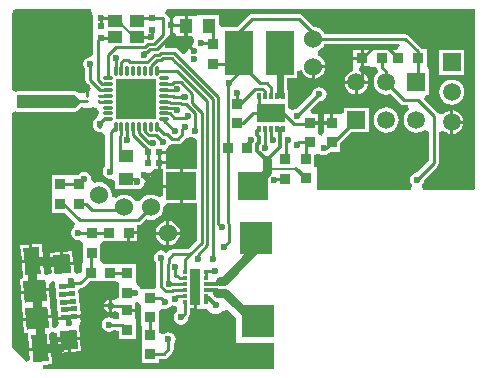
<source format=gtl>
G04 Layer_Physical_Order=1*
G04 Layer_Color=255*
%FSLAX25Y25*%
%MOIN*%
G70*
G01*
G75*
%ADD10R,0.04724X0.04488*%
%ADD11R,0.03347X0.03799*%
%ADD12R,0.10039X0.09646*%
%ADD13R,0.11024X0.11024*%
%ADD14R,0.04724X0.03937*%
%ADD15C,0.00866*%
%ADD16R,0.09449X0.14567*%
%ADD17R,0.02362X0.01968*%
%ADD18R,0.03799X0.03347*%
%ADD19R,0.04488X0.04724*%
G04:AMPARAMS|DCode=20|XSize=62.99mil|YSize=55.12mil|CornerRadius=0mil|HoleSize=0mil|Usage=FLASHONLY|Rotation=275.000|XOffset=0mil|YOffset=0mil|HoleType=Round|Shape=Rectangle|*
%AMROTATEDRECTD20*
4,1,4,-0.03020,0.02897,0.02471,0.03378,0.03020,-0.02897,-0.02471,-0.03378,-0.03020,0.02897,0.0*
%
%ADD20ROTATEDRECTD20*%

G04:AMPARAMS|DCode=21|XSize=90.55mil|YSize=51.18mil|CornerRadius=0mil|HoleSize=0mil|Usage=FLASHONLY|Rotation=275.000|XOffset=0mil|YOffset=0mil|HoleType=Round|Shape=Rectangle|*
%AMROTATEDRECTD21*
4,1,4,-0.02944,0.04287,0.02155,0.04733,0.02944,-0.04287,-0.02155,-0.04733,-0.02944,0.04287,0.0*
%
%ADD21ROTATEDRECTD21*%

G04:AMPARAMS|DCode=22|XSize=15.75mil|YSize=53.15mil|CornerRadius=0mil|HoleSize=0mil|Usage=FLASHONLY|Rotation=275.000|XOffset=0mil|YOffset=0mil|HoleType=Round|Shape=Rectangle|*
%AMROTATEDRECTD22*
4,1,4,-0.02716,0.00553,0.02579,0.01016,0.02716,-0.00553,-0.02579,-0.01016,-0.02716,0.00553,0.0*
%
%ADD22ROTATEDRECTD22*%

G04:AMPARAMS|DCode=23|XSize=70.87mil|YSize=74.8mil|CornerRadius=0mil|HoleSize=0mil|Usage=FLASHONLY|Rotation=275.000|XOffset=0mil|YOffset=0mil|HoleType=Round|Shape=Rectangle|*
%AMROTATEDRECTD23*
4,1,4,-0.04035,0.03204,0.03417,0.03856,0.04035,-0.03204,-0.03417,-0.03856,-0.04035,0.03204,0.0*
%
%ADD23ROTATEDRECTD23*%

%ADD24R,0.02165X0.02165*%
%ADD25R,0.01181X0.01968*%
%ADD26R,0.09449X0.06299*%
%ADD27R,0.01772X0.01181*%
%ADD28R,0.03740X0.12205*%
%ADD29R,0.17953X0.03937*%
%ADD30R,0.17953X0.03228*%
%ADD31R,0.13583X0.13583*%
%ADD32O,0.01181X0.03543*%
%ADD33O,0.03543X0.01181*%
%ADD34C,0.01000*%
%ADD35C,0.03150*%
%ADD36C,0.01181*%
%ADD37C,0.02362*%
%ADD38C,0.00591*%
%ADD39C,0.00630*%
%ADD40C,0.00787*%
%ADD41C,0.06000*%
%ADD42C,0.05905*%
%ADD43R,0.05905X0.05905*%
%ADD44R,0.05905X0.05905*%
%ADD45C,0.02362*%
%ADD46C,0.01968*%
G36*
X27600Y69700D02*
X28000Y69300D01*
Y61503D01*
X27886Y60930D01*
Y56036D01*
X27000Y55309D01*
X26078Y55125D01*
X25297Y54603D01*
X24775Y53822D01*
X24591Y52900D01*
X24775Y51978D01*
X25286Y51213D01*
Y47572D01*
X25416Y46916D01*
X25788Y46360D01*
X27058Y45090D01*
X26456Y43571D01*
X26368Y43550D01*
X25809Y43661D01*
X25249Y43550D01*
X24776Y43233D01*
X23206Y43148D01*
X23107Y43178D01*
X22977Y43288D01*
X22767Y43498D01*
X22377Y43759D01*
X21916Y43851D01*
X21916Y43851D01*
X2624D01*
X2200Y43766D01*
X2162Y43760D01*
X834Y44329D01*
X700Y44448D01*
Y69439D01*
X1100Y70800D01*
X1271Y70971D01*
X2034Y71200D01*
X27163D01*
X27600Y69700D01*
D02*
G37*
G36*
X46476Y47900D02*
X47167Y47763D01*
X47495Y47828D01*
X48008Y47494D01*
X48339Y47163D01*
X48583Y46788D01*
X48629Y46424D01*
X48609Y46321D01*
X48746Y45630D01*
X48942Y45337D01*
X48746Y45044D01*
X48609Y44353D01*
X48746Y43661D01*
X48942Y43369D01*
X48746Y43075D01*
X48609Y42384D01*
X48746Y41693D01*
X48942Y41400D01*
X48746Y41107D01*
X48609Y40416D01*
X48746Y39724D01*
X48942Y39432D01*
X48746Y39138D01*
X48609Y38447D01*
X48746Y37756D01*
X48942Y37463D01*
X48746Y37170D01*
X48609Y36479D01*
X48674Y36150D01*
X48339Y35637D01*
X48008Y35306D01*
X47495Y34972D01*
X47167Y35037D01*
X46476Y34900D01*
X46183Y34704D01*
X45890Y34900D01*
X45198Y35037D01*
X44507Y34900D01*
X44214Y34704D01*
X43921Y34900D01*
X43230Y35037D01*
X42539Y34900D01*
X42246Y34704D01*
X41953Y34900D01*
X41261Y35037D01*
X40570Y34900D01*
X40277Y34704D01*
X39984Y34900D01*
X39293Y35037D01*
X38602Y34900D01*
X38309Y34704D01*
X38016Y34900D01*
X37324Y35037D01*
X36996Y34972D01*
X36483Y35306D01*
X36152Y35637D01*
X35817Y36150D01*
X35883Y36479D01*
X35745Y37170D01*
X35550Y37463D01*
X35745Y37756D01*
X35883Y38447D01*
X35745Y39138D01*
X35550Y39432D01*
X35745Y39724D01*
X35883Y40416D01*
X35745Y41107D01*
X35550Y41400D01*
X35745Y41693D01*
X35883Y42384D01*
X35745Y43075D01*
X35550Y43369D01*
X35745Y43661D01*
X35883Y44353D01*
X35745Y45044D01*
X35550Y45337D01*
X35745Y45630D01*
X35883Y46321D01*
X35862Y46424D01*
X35908Y46788D01*
X36152Y47163D01*
X36483Y47494D01*
X36996Y47828D01*
X37324Y47763D01*
X38016Y47900D01*
X38309Y48096D01*
X38602Y47900D01*
X39293Y47763D01*
X39984Y47900D01*
X40277Y48096D01*
X40570Y47900D01*
X41261Y47763D01*
X41953Y47900D01*
X42246Y48096D01*
X42539Y47900D01*
X43230Y47763D01*
X43921Y47900D01*
X44214Y48096D01*
X44507Y47900D01*
X45198Y47763D01*
X45890Y47900D01*
X46183Y48096D01*
X46476Y47900D01*
D02*
G37*
G36*
X24872Y38363D02*
X25809Y38177D01*
X26746Y38363D01*
X27777Y38795D01*
X28809Y38363D01*
X29028Y38319D01*
X29284Y38030D01*
X29933Y36880D01*
X29956Y36722D01*
X29908Y36479D01*
X29278Y35225D01*
X28497Y34703D01*
X27975Y33922D01*
X27792Y33000D01*
X27845Y32728D01*
X27828Y32642D01*
X27959Y31987D01*
X28330Y31431D01*
X28330Y31431D01*
X28988Y30773D01*
X29544Y30402D01*
X30200Y30271D01*
X30486Y30328D01*
X31614Y29697D01*
X31986Y29353D01*
Y18929D01*
X31797Y18803D01*
X31275Y18022D01*
X31091Y17100D01*
X31275Y16178D01*
X31797Y15397D01*
X32578Y14875D01*
X33500Y14692D01*
X33757Y14743D01*
X35094Y13872D01*
X35257Y13629D01*
Y11315D01*
X41979D01*
X42600Y11191D01*
X43522Y11375D01*
X44303Y11897D01*
X44825Y12678D01*
X45009Y13600D01*
X44971Y13790D01*
X45751Y13945D01*
X46472Y14427D01*
X46955Y15149D01*
X47024Y15500D01*
X44900D01*
Y16500D01*
X47157D01*
X47816Y17590D01*
X48101Y17835D01*
X48394D01*
Y18016D01*
X49468D01*
Y20000D01*
X49968D01*
Y20500D01*
X52150D01*
Y21616D01*
Y23100D01*
X49968D01*
Y24100D01*
X52150D01*
Y24760D01*
X52803Y25197D01*
X53325Y25978D01*
X54177Y26318D01*
X56222D01*
X56878Y26448D01*
X57434Y26820D01*
X58767Y28152D01*
X58951Y28278D01*
X60502Y28561D01*
X60715Y28517D01*
X60778Y28475D01*
X61700Y28291D01*
X62454Y27672D01*
Y18123D01*
X57691D01*
Y12300D01*
Y6477D01*
X62454D01*
Y-5922D01*
X59590Y-8786D01*
X54500D01*
X53844Y-8916D01*
X53504Y-9144D01*
X52203Y-9897D01*
X51422Y-9375D01*
X50500Y-9191D01*
X49578Y-9375D01*
X48797Y-9897D01*
X48275Y-10678D01*
X48092Y-11600D01*
X48275Y-12522D01*
X48797Y-13303D01*
X48921Y-13386D01*
Y-21226D01*
X48392Y-21871D01*
X43974D01*
X43549Y-21565D01*
X43503Y-21497D01*
X42797Y-21025D01*
X42406Y-20398D01*
X42054Y-19754D01*
X42054Y-18667D01*
Y-13671D01*
X36346D01*
Y-13746D01*
X31457Y-13746D01*
X30427Y-13132D01*
X30254Y-12375D01*
Y-8033D01*
X30254Y-6867D01*
X31418Y-6054D01*
X35423D01*
X36333Y-6054D01*
Y-6054D01*
X36849Y-5873D01*
X36849Y-5873D01*
X39248D01*
Y-3200D01*
X39748D01*
Y-2700D01*
X42648D01*
Y-801D01*
X42813D01*
X43468Y-671D01*
X44025Y-299D01*
X45614Y1290D01*
X46009Y1127D01*
X47100Y983D01*
X48191Y1127D01*
X49209Y1548D01*
X50082Y2218D01*
X50752Y3091D01*
X51174Y4109D01*
X51288Y4977D01*
X51317Y5200D01*
X52662Y6477D01*
X56691D01*
Y11800D01*
X51171D01*
Y9154D01*
X51003Y9004D01*
X49671Y8497D01*
X49209Y8852D01*
X48191Y9273D01*
X47100Y9417D01*
X46009Y9273D01*
X44991Y8852D01*
X44118Y8182D01*
X43448Y7309D01*
X41852D01*
X41182Y8182D01*
X40309Y8852D01*
X39292Y9273D01*
X38200Y9417D01*
X37108Y9273D01*
X36091Y8852D01*
X35387Y8311D01*
X34762Y8486D01*
X33966Y9015D01*
X34017Y9400D01*
X33874Y10492D01*
X33452Y11509D01*
X32782Y12382D01*
X31909Y13052D01*
X30891Y13474D01*
X29800Y13617D01*
X28708Y13474D01*
X28590Y13424D01*
X27280Y14505D01*
X27308Y14648D01*
X27125Y15570D01*
X26603Y16351D01*
X25822Y16873D01*
X24900Y17056D01*
X23978Y16873D01*
X23197Y16351D01*
X22982Y16029D01*
X20346D01*
Y16029D01*
X19854D01*
Y16029D01*
X14146D01*
Y9867D01*
X14146D01*
Y9533D01*
X14146D01*
Y3371D01*
X18463D01*
X21649Y185D01*
X21699Y0D01*
X21558Y-1382D01*
X21426Y-1630D01*
X21249Y-1749D01*
X20727Y-2530D01*
X20543Y-3452D01*
X20727Y-4374D01*
X21249Y-5155D01*
X22030Y-5677D01*
X22952Y-5861D01*
X23046Y-5842D01*
X24181Y-6365D01*
X24409Y-6696D01*
X24546Y-6956D01*
X24546Y-8033D01*
Y-13029D01*
X24071Y-13746D01*
X24071D01*
Y-16522D01*
X22571Y-17115D01*
X21588Y-16326D01*
X21383Y-13982D01*
X17641Y-14309D01*
X13900Y-14637D01*
X14075Y-16639D01*
X12667Y-17471D01*
X12175Y-17277D01*
X11552Y-16803D01*
X11210Y-12896D01*
X7665Y-13206D01*
X4119Y-13516D01*
X4555Y-18494D01*
X3378Y-18596D01*
X3731Y-22624D01*
X8453Y-22211D01*
X13175Y-21798D01*
X13039Y-20251D01*
X14456Y-19234D01*
X14974Y-19462D01*
X15051Y-19705D01*
X15382Y-23490D01*
X15382D01*
X15708Y-27216D01*
X15732Y-27487D01*
X16051Y-31138D01*
X16231Y-31122D01*
X16239Y-31212D01*
X19883Y-30894D01*
X23526Y-30575D01*
X23518Y-30485D01*
X23699Y-30469D01*
X23476Y-27919D01*
X23259Y-25445D01*
X23133Y-23997D01*
X23004Y-22522D01*
X23652Y-21814D01*
X24308Y-21684D01*
X24864Y-21312D01*
X26722Y-19454D01*
X30233Y-19454D01*
X31733Y-19454D01*
X35141D01*
X36346Y-20167D01*
X36346Y-21333D01*
Y-25078D01*
X36219Y-25190D01*
X34846Y-25742D01*
X34551Y-25545D01*
X34200Y-25476D01*
Y-27600D01*
Y-29724D01*
X34551Y-29655D01*
X35027Y-29337D01*
X35946Y-29614D01*
X36527Y-29995D01*
X36527Y-32052D01*
X35083Y-32186D01*
X34887D01*
X34122Y-31675D01*
X33200Y-31492D01*
X32278Y-31675D01*
X31497Y-32197D01*
X30975Y-32978D01*
X30792Y-33900D01*
X30975Y-34822D01*
X31497Y-35603D01*
X32278Y-36125D01*
X33200Y-36309D01*
X34122Y-36125D01*
X34846Y-35641D01*
X36346Y-35925D01*
Y-38729D01*
X42054D01*
Y-33477D01*
X42054Y-32567D01*
X41873Y-31142D01*
Y-29652D01*
X39200D01*
Y-28652D01*
X41873D01*
Y-26851D01*
X42486Y-26363D01*
X42923Y-26466D01*
X43974Y-27443D01*
Y-28033D01*
X43974Y-29533D01*
Y-34529D01*
X44146D01*
Y-39167D01*
X44146Y-40333D01*
X44146Y-41833D01*
Y-46829D01*
X49854D01*
Y-45462D01*
X51352D01*
X52008Y-45332D01*
X52564Y-44960D01*
X54212Y-43312D01*
X54584Y-42756D01*
X54714Y-42100D01*
Y-40487D01*
X55225Y-39722D01*
X55409Y-38800D01*
X55225Y-37878D01*
X54703Y-37097D01*
X53922Y-36575D01*
X53000Y-36391D01*
X52078Y-36575D01*
X51354Y-37059D01*
X51016Y-36992D01*
X49854Y-36556D01*
Y-34171D01*
X49683D01*
Y-29463D01*
X50656Y-28759D01*
X51183Y-28566D01*
X51900Y-28708D01*
X52822Y-28525D01*
X53603Y-28003D01*
X54018Y-27383D01*
X54128Y-27457D01*
X55050Y-27640D01*
X55628Y-27788D01*
X55907Y-28009D01*
X55778Y-29609D01*
X55497Y-29797D01*
X54975Y-30578D01*
X54791Y-31500D01*
X54975Y-32422D01*
X55497Y-33203D01*
X56278Y-33725D01*
X57200Y-33909D01*
X58122Y-33725D01*
X58903Y-33203D01*
X59425Y-32422D01*
X59605Y-31519D01*
X59625Y-31499D01*
X59997Y-30942D01*
X60127Y-30287D01*
Y-28381D01*
X61457D01*
Y-21279D01*
X62457D01*
Y-28381D01*
X62646D01*
Y-28759D01*
X65332D01*
X65500Y-28781D01*
X65668Y-28759D01*
X65963D01*
X65975Y-28788D01*
X66480Y-29446D01*
X67138Y-29951D01*
X67904Y-30268D01*
X68726Y-30377D01*
X69548Y-30268D01*
X70314Y-29951D01*
X70972Y-29446D01*
X70988Y-29426D01*
X72819Y-29136D01*
X75420Y-31737D01*
Y-40180D01*
X88100D01*
Y-48700D01*
X11138D01*
X11072Y-47200D01*
X14188Y-46927D01*
X13749Y-41919D01*
X10204Y-42229D01*
X6658Y-42539D01*
X6927Y-45605D01*
X5480Y-46280D01*
X700Y-41500D01*
Y36514D01*
X834Y36633D01*
X2162Y37203D01*
X2200Y37196D01*
X2624Y37111D01*
X21916D01*
X21916Y37111D01*
X22377Y37203D01*
X22767Y37464D01*
X24149Y38846D01*
X24872Y38363D01*
D02*
G37*
G36*
X23884Y40678D02*
Y40284D01*
X23884D01*
X21916Y38316D01*
X2624D01*
Y42647D01*
X21916D01*
X23884Y40678D01*
D02*
G37*
G36*
X155100Y11500D02*
X154700Y11100D01*
X137813D01*
X137358Y12600D01*
X137503Y12697D01*
X138025Y13478D01*
X138205Y14381D01*
X142612Y18788D01*
X142984Y19344D01*
X143114Y20000D01*
Y30228D01*
X144456Y30734D01*
X144614Y30755D01*
X145407Y30147D01*
X146368Y29749D01*
X146900Y29679D01*
Y33600D01*
Y37521D01*
X146368Y37451D01*
X145407Y37053D01*
X144581Y36419D01*
X144517Y36336D01*
X143880Y36344D01*
X142824Y36594D01*
X142612Y36912D01*
X138258Y41266D01*
X138879Y42766D01*
X139734D01*
Y51034D01*
X139734D01*
X139129Y52246D01*
Y57954D01*
X137534D01*
X137260Y58364D01*
X133212Y62412D01*
X132656Y62784D01*
X132000Y62914D01*
X104916D01*
X104752Y63309D01*
X104082Y64182D01*
X103209Y64852D01*
X102191Y65273D01*
X101338Y65386D01*
X97612Y69112D01*
X97056Y69484D01*
X96400Y69614D01*
X80800D01*
X80144Y69484D01*
X79588Y69112D01*
X75741Y65265D01*
X70603D01*
X69785Y66426D01*
Y69143D01*
X63509D01*
X62935Y69143D01*
X62935Y69143D01*
X62084Y68962D01*
Y68962D01*
X59340D01*
Y65600D01*
Y62238D01*
X60783D01*
X61178Y61753D01*
X61418Y61303D01*
X61553Y60426D01*
X61308Y59625D01*
X60749Y59255D01*
X60385Y59011D01*
X60027Y58772D01*
X59545Y58051D01*
X59376Y57200D01*
X58005Y56404D01*
X57620Y56379D01*
X56099Y57899D01*
X55543Y58271D01*
X54887Y58401D01*
X52269D01*
X51752Y58755D01*
X51622Y60507D01*
X52442Y61327D01*
X52814Y61883D01*
X52905Y62345D01*
X53107Y62709D01*
X54249Y63616D01*
X55428Y62852D01*
X55596Y62606D01*
Y62238D01*
X58340D01*
Y65600D01*
Y68962D01*
X55596D01*
Y68962D01*
X54400Y68263D01*
Y65900D01*
X53400D01*
Y68447D01*
X52814Y68826D01*
X52442Y69382D01*
X51966Y69700D01*
X51944Y69835D01*
X52606Y71200D01*
X155100D01*
Y11500D01*
D02*
G37*
G36*
X130109Y59273D02*
X129308Y57773D01*
X126652D01*
Y57754D01*
X121877D01*
X120967Y57754D01*
X119542Y57573D01*
X118052D01*
Y54900D01*
Y52227D01*
X119542D01*
X120967Y52046D01*
X122240Y52046D01*
X122334Y51952D01*
X122465Y51296D01*
X122836Y50740D01*
X122784Y49950D01*
X122652Y49848D01*
X121989Y48985D01*
X121573Y47979D01*
X121431Y46900D01*
X121573Y45821D01*
X121989Y44815D01*
X122652Y43952D01*
X123515Y43289D01*
X124521Y42873D01*
X125600Y42731D01*
X126679Y42873D01*
X127050Y43026D01*
X130388Y39688D01*
X130944Y39316D01*
X131600Y39186D01*
X132830D01*
X132973Y38921D01*
X133222Y37686D01*
X132652Y37248D01*
X131989Y36385D01*
X131573Y35379D01*
X131430Y34300D01*
X131573Y33221D01*
X131989Y32215D01*
X132652Y31352D01*
X133515Y30689D01*
X134521Y30273D01*
X135600Y30130D01*
X136679Y30273D01*
X137685Y30689D01*
X138186Y31074D01*
X139390Y30654D01*
X139686Y30408D01*
Y20710D01*
X135781Y16805D01*
X134878Y16625D01*
X134097Y16103D01*
X133575Y15322D01*
X133391Y14400D01*
X133575Y13478D01*
X134097Y12697D01*
X134242Y12600D01*
X133787Y11100D01*
X102342D01*
Y18720D01*
X101554D01*
Y22656D01*
X102716Y23092D01*
X103054Y23159D01*
X103778Y22675D01*
X104700Y22491D01*
X105622Y22675D01*
X106403Y23197D01*
X106787Y23771D01*
X110254D01*
Y26530D01*
X113890Y30166D01*
X119734D01*
Y38434D01*
X111466D01*
Y36506D01*
X110073Y36248D01*
Y36248D01*
X107900D01*
Y33348D01*
X107400D01*
Y32848D01*
X104727D01*
Y30448D01*
X104727Y30448D01*
X104546Y29933D01*
X104179Y29095D01*
X102954Y29793D01*
Y29933D01*
X102773Y31358D01*
Y32848D01*
X100100D01*
Y33848D01*
X102773D01*
Y36248D01*
X100831D01*
X100257Y37633D01*
X103146Y40522D01*
X103300Y40492D01*
X104222Y40675D01*
X105003Y41197D01*
X105525Y41978D01*
X105709Y42900D01*
X105525Y43822D01*
X105003Y44603D01*
X104222Y45125D01*
X103300Y45309D01*
X102378Y45125D01*
X101597Y44603D01*
X101075Y43822D01*
X100945Y43169D01*
X95781Y38005D01*
X94878Y37825D01*
X94387Y37497D01*
X93343Y37839D01*
X92887Y38162D01*
Y40938D01*
X92872D01*
Y44465D01*
X92500D01*
Y48335D01*
X95997D01*
Y50720D01*
X97403Y51056D01*
X97806Y50083D01*
X98447Y49247D01*
X99283Y48606D01*
X100256Y48203D01*
X100800Y48131D01*
Y52100D01*
X101300D01*
Y52600D01*
X105269D01*
X105197Y53144D01*
X104794Y54117D01*
X104153Y54953D01*
X103317Y55594D01*
X102864Y55782D01*
X102810Y57383D01*
X103209Y57548D01*
X104082Y58218D01*
X104752Y59091D01*
X104916Y59486D01*
X129967D01*
X130109Y59273D01*
D02*
G37*
%LPC*%
G36*
X20978Y-9350D02*
X17734Y-9634D01*
X18052Y-13270D01*
X21296Y-12986D01*
X20978Y-9350D01*
D02*
G37*
G36*
X42648Y-3700D02*
X40248D01*
Y-5873D01*
X42648D01*
Y-3700D01*
D02*
G37*
G36*
X6641Y-7245D02*
X3594Y-7512D01*
X4032Y-12520D01*
X7080Y-12254D01*
X6641Y-7245D01*
D02*
G37*
G36*
X52300Y-3900D02*
X48831D01*
X48903Y-4444D01*
X49306Y-5417D01*
X49947Y-6253D01*
X50783Y-6894D01*
X51756Y-7297D01*
X52300Y-7369D01*
Y-3900D01*
D02*
G37*
G36*
X56769D02*
X53300D01*
Y-7369D01*
X53844Y-7297D01*
X54817Y-6894D01*
X55653Y-6253D01*
X56294Y-5417D01*
X56697Y-4444D01*
X56769Y-3900D01*
D02*
G37*
G36*
X10685Y-6891D02*
X7638Y-7158D01*
X8076Y-12167D01*
X11123Y-11900D01*
X10685Y-6891D01*
D02*
G37*
G36*
X23614Y-31571D02*
X19970Y-31890D01*
X16326Y-32209D01*
X16439Y-33491D01*
X16439D01*
X16452Y-33533D01*
X16130Y-34359D01*
X15641Y-34842D01*
X15248Y-34999D01*
X14317Y-34854D01*
X14051Y-31815D01*
X9329Y-32228D01*
X4607Y-32641D01*
X4959Y-36669D01*
X6136Y-36566D01*
X6571Y-41543D01*
X10117Y-41233D01*
X13662Y-40923D01*
X13311Y-36906D01*
X14284Y-36238D01*
X15837Y-36774D01*
X15953Y-38100D01*
X18200D01*
Y-38550D01*
X19750Y-38414D01*
X23492Y-38087D01*
X23174Y-34451D01*
X23174D01*
X23139Y-34411D01*
X23726Y-32854D01*
X23726D01*
X23614Y-31571D01*
D02*
G37*
G36*
X23579Y-39083D02*
X20336Y-39367D01*
X20654Y-43003D01*
X23897Y-42719D01*
X23579Y-39083D01*
D02*
G37*
G36*
X19339Y-39454D02*
X16096Y-39738D01*
X16414Y-43373D01*
X19658Y-43090D01*
X19339Y-39454D01*
D02*
G37*
G36*
X13262Y-22794D02*
X8540Y-23207D01*
X3818Y-23620D01*
X4170Y-27648D01*
X4520Y-31645D01*
X9242Y-31232D01*
X13964Y-30819D01*
X13612Y-26791D01*
X13262Y-22794D01*
D02*
G37*
G36*
X16738Y-9721D02*
X13495Y-10005D01*
X13813Y-13641D01*
X17056Y-13357D01*
X16738Y-9721D01*
D02*
G37*
G36*
X33200Y-25476D02*
X32849Y-25545D01*
X32127Y-26028D01*
X31645Y-26749D01*
X31576Y-27100D01*
X33200D01*
Y-25476D01*
D02*
G37*
G36*
Y-28100D02*
X31576D01*
X31645Y-28451D01*
X32127Y-29173D01*
X32849Y-29655D01*
X33200Y-29724D01*
Y-28100D01*
D02*
G37*
G36*
X52300Y569D02*
X51756Y497D01*
X50783Y94D01*
X49947Y-547D01*
X49306Y-1383D01*
X48903Y-2356D01*
X48831Y-2900D01*
X52300D01*
Y569D01*
D02*
G37*
G36*
X52150Y19500D02*
X50468D01*
Y18016D01*
X51171D01*
Y12800D01*
X56691D01*
Y18123D01*
X52150D01*
Y19500D01*
D02*
G37*
G36*
X53300Y569D02*
Y-2900D01*
X56769D01*
X56697Y-2356D01*
X56294Y-1383D01*
X55653Y-547D01*
X54817Y94D01*
X53844Y497D01*
X53300Y569D01*
D02*
G37*
G36*
X151534Y57734D02*
X143266D01*
Y49466D01*
X151534D01*
Y57734D01*
D02*
G37*
G36*
X147400Y47769D02*
X146321Y47627D01*
X145315Y47211D01*
X144452Y46548D01*
X143789Y45685D01*
X143373Y44679D01*
X143230Y43600D01*
X143373Y42521D01*
X143789Y41515D01*
X144452Y40652D01*
X145315Y39989D01*
X146321Y39573D01*
X147400Y39430D01*
X148479Y39573D01*
X149485Y39989D01*
X150348Y40652D01*
X151011Y41515D01*
X151427Y42521D01*
X151569Y43600D01*
X151427Y44679D01*
X151011Y45685D01*
X150348Y46548D01*
X149485Y47211D01*
X148479Y47627D01*
X147400Y47769D01*
D02*
G37*
G36*
X151321Y33100D02*
X147900D01*
Y29679D01*
X148432Y29749D01*
X149393Y30147D01*
X150219Y30781D01*
X150853Y31607D01*
X151251Y32568D01*
X151321Y33100D01*
D02*
G37*
G36*
X147900Y37521D02*
Y34100D01*
X151321D01*
X151251Y34632D01*
X150853Y35593D01*
X150219Y36419D01*
X149393Y37053D01*
X148432Y37451D01*
X147900Y37521D01*
D02*
G37*
G36*
X105269Y51600D02*
X101800D01*
Y48131D01*
X102344Y48203D01*
X103317Y48606D01*
X104153Y49247D01*
X104794Y50083D01*
X105197Y51056D01*
X105269Y51600D01*
D02*
G37*
G36*
X115100Y46400D02*
X111679D01*
X111749Y45868D01*
X112147Y44907D01*
X112781Y44081D01*
X113607Y43447D01*
X114568Y43049D01*
X115100Y42979D01*
Y46400D01*
D02*
G37*
G36*
X119521D02*
X116100D01*
Y42979D01*
X116632Y43049D01*
X117593Y43447D01*
X118419Y44081D01*
X119053Y44907D01*
X119451Y45868D01*
X119521Y46400D01*
D02*
G37*
G36*
X117052Y57573D02*
X114652D01*
Y55400D01*
X117052D01*
Y57573D01*
D02*
G37*
G36*
Y54400D02*
X114652D01*
Y52275D01*
X114652Y52227D01*
X114588Y50754D01*
X114568Y50751D01*
X113607Y50353D01*
X112781Y49719D01*
X112147Y48893D01*
X111749Y47932D01*
X111679Y47400D01*
X115600D01*
X119521D01*
X119451Y47932D01*
X119053Y48893D01*
X118419Y49719D01*
X117593Y50353D01*
X116632Y50751D01*
X116847Y52227D01*
X117052D01*
Y54400D01*
D02*
G37*
G36*
X106900Y36248D02*
X104727D01*
Y33848D01*
X106900D01*
Y36248D01*
D02*
G37*
G36*
X125600Y38469D02*
X124521Y38327D01*
X123515Y37911D01*
X122652Y37248D01*
X121989Y36385D01*
X121573Y35379D01*
X121431Y34300D01*
X121573Y33221D01*
X121989Y32215D01*
X122652Y31352D01*
X123515Y30689D01*
X124521Y30273D01*
X125600Y30130D01*
X126679Y30273D01*
X127685Y30689D01*
X128548Y31352D01*
X129211Y32215D01*
X129627Y33221D01*
X129770Y34300D01*
X129627Y35379D01*
X129211Y36385D01*
X128548Y37248D01*
X127685Y37911D01*
X126679Y38327D01*
X125600Y38469D01*
D02*
G37*
%LPD*%
D10*
X38800Y14740D02*
D03*
Y22260D02*
D03*
D11*
X107400Y26852D02*
D03*
Y33348D02*
D03*
X46828Y-24952D02*
D03*
Y-31448D02*
D03*
X91700Y14652D02*
D03*
Y21148D02*
D03*
X100100Y26852D02*
D03*
Y33348D02*
D03*
X98700Y14852D02*
D03*
Y21348D02*
D03*
X39200Y-35648D02*
D03*
Y-29152D02*
D03*
X47000Y-43748D02*
D03*
Y-37252D02*
D03*
X39200Y-23248D02*
D03*
Y-16752D02*
D03*
X27400Y-9948D02*
D03*
Y-3452D02*
D03*
X17000Y6452D02*
D03*
Y12948D02*
D03*
X23200Y6452D02*
D03*
Y12948D02*
D03*
X75900Y33252D02*
D03*
Y39748D02*
D03*
X67700Y53052D02*
D03*
Y59548D02*
D03*
D12*
X57191Y12300D02*
D03*
X81010D02*
D03*
D13*
X82300Y-5000D02*
D03*
X82900Y-32700D02*
D03*
D14*
X42387Y67218D02*
D03*
Y62100D02*
D03*
X35300Y67218D02*
D03*
Y62100D02*
D03*
D15*
X25809Y42200D02*
D03*
Y40625D02*
D03*
X29746D02*
D03*
Y42200D02*
D03*
D16*
X90091Y56800D02*
D03*
X76509D02*
D03*
D17*
X49968Y23600D02*
D03*
X46031D02*
D03*
X49968Y20000D02*
D03*
X46031D02*
D03*
D18*
X117552Y54900D02*
D03*
X124048D02*
D03*
X129552Y55100D02*
D03*
X136048D02*
D03*
X27152Y-16600D02*
D03*
X33648D02*
D03*
X72752Y24900D02*
D03*
X79248D02*
D03*
X33252Y-3200D02*
D03*
X39748D02*
D03*
D19*
X58840Y65600D02*
D03*
X66360D02*
D03*
D20*
X17598Y-13811D02*
D03*
X19794Y-38912D02*
D03*
D21*
X10160Y-41731D02*
D03*
X7621Y-12708D02*
D03*
D22*
X19034Y-21194D02*
D03*
X19257Y-23744D02*
D03*
X19480Y-26293D02*
D03*
X19703Y-28842D02*
D03*
X19926Y-31392D02*
D03*
D23*
X9285Y-31730D02*
D03*
X8496Y-22709D02*
D03*
D24*
X30400Y65470D02*
D03*
Y61730D02*
D03*
X47600Y64430D02*
D03*
Y68170D02*
D03*
D25*
X91100Y31276D02*
D03*
X89131D02*
D03*
X87163D02*
D03*
X85194D02*
D03*
X83226D02*
D03*
Y42300D02*
D03*
X85194D02*
D03*
X87163D02*
D03*
X89131D02*
D03*
X91100D02*
D03*
D26*
X87163Y36788D02*
D03*
D27*
X65500Y-26200D02*
D03*
Y-24231D02*
D03*
Y-22263D02*
D03*
Y-20294D02*
D03*
Y-18326D02*
D03*
Y-16357D02*
D03*
X58413D02*
D03*
Y-18326D02*
D03*
Y-20294D02*
D03*
Y-22263D02*
D03*
Y-24231D02*
D03*
Y-26200D02*
D03*
D28*
X61957Y-21279D02*
D03*
D29*
X12300Y29550D02*
D03*
Y51400D02*
D03*
D30*
Y40475D02*
D03*
D31*
X42246Y41400D02*
D03*
D32*
X49135Y32050D02*
D03*
X47167D02*
D03*
X45198D02*
D03*
X43230D02*
D03*
X41261D02*
D03*
X39293D02*
D03*
X37324D02*
D03*
X35356D02*
D03*
Y50750D02*
D03*
X37324D02*
D03*
X39293D02*
D03*
X41261D02*
D03*
X43230D02*
D03*
X45198D02*
D03*
X47167D02*
D03*
X49135D02*
D03*
D33*
X32895Y34510D02*
D03*
Y36479D02*
D03*
Y38447D02*
D03*
Y40416D02*
D03*
Y42384D02*
D03*
Y44353D02*
D03*
Y46321D02*
D03*
Y48290D02*
D03*
X51596D02*
D03*
Y46321D02*
D03*
Y44353D02*
D03*
Y42384D02*
D03*
Y40416D02*
D03*
Y38447D02*
D03*
Y36479D02*
D03*
Y34510D02*
D03*
D34*
X53900Y62681D02*
Y65900D01*
X49063Y57844D02*
X53900Y62681D01*
X44100Y56100D02*
X44822Y56822D01*
X45950D01*
X46972Y57844D02*
X49063D01*
X45950Y56822D02*
X46972Y57844D01*
X44100Y56100D02*
X44900D01*
X51174Y54900D02*
X54146D01*
X50544Y54269D02*
X51174Y54900D01*
X49096Y54269D02*
X50544D01*
X47167Y52340D02*
X49096Y54269D01*
X48322Y59632D02*
X51230Y62539D01*
X46231Y59632D02*
X48322D01*
X45210Y58609D02*
X46231Y59632D01*
X35430Y58609D02*
X45210D01*
X32887Y56067D02*
X35430Y58609D01*
X40300Y53632D02*
X45922D01*
X47167Y50750D02*
Y52340D01*
X51230Y62539D02*
Y68170D01*
X58540Y60260D02*
Y65900D01*
Y60260D02*
X61600Y57200D01*
X35356Y50750D02*
Y55044D01*
X37824Y54022D02*
Y54324D01*
X37324Y53522D02*
X37824Y54022D01*
X37324Y50750D02*
Y53522D01*
X42387Y62100D02*
X47300D01*
X53900Y65900D02*
X58540D01*
X47600Y68170D02*
X51230D01*
X76509Y50209D02*
Y53591D01*
X75700Y43400D02*
X75900Y43200D01*
X73100Y46800D02*
X76509Y50209D01*
X72752Y46452D02*
X73100Y46800D01*
X57249Y54325D02*
X69531Y42044D01*
X56509Y52538D02*
X67743Y41303D01*
X56380Y52538D02*
X56509D01*
X55333Y53585D02*
X56380Y52538D01*
X55768Y50750D02*
X65956Y40563D01*
X49135Y50750D02*
X55768D01*
X57023Y46968D02*
X60969Y43023D01*
X54878Y46968D02*
X57023D01*
X55333Y53585D02*
Y53713D01*
X57121Y54325D02*
X57249D01*
X57121D02*
Y54453D01*
X54146Y54900D02*
X55333Y53713D01*
X54230Y46321D02*
X54878Y46968D01*
X51596Y46321D02*
X54230D01*
X69531Y-200D02*
Y42044D01*
X67743Y-11857D02*
Y41303D01*
X65956Y-7372D02*
Y40563D01*
X60969Y39950D02*
Y43023D01*
X33648Y-16600D02*
X33800Y-16752D01*
X39200D01*
X37452Y-33900D02*
X39200Y-35648D01*
X33200Y-33900D02*
X37452D01*
X37648Y-27600D02*
X39200Y-29152D01*
X33700Y-27600D02*
X37648D01*
X17000Y6452D02*
Y7259D01*
X23346Y913D01*
X20129Y-20100D02*
X23652D01*
X47000Y-43748D02*
X51352D01*
X53000Y-42100D01*
Y-38800D01*
X46828Y-31448D02*
X47000Y-31620D01*
Y-37252D02*
Y-31620D01*
X117552Y54900D02*
X122065Y59413D01*
X125239D01*
X129552Y55100D01*
X117552Y48852D02*
Y54900D01*
X115600Y46900D02*
X117552Y48852D01*
X23200Y12948D02*
X24900Y14648D01*
X46468Y29187D02*
X48704D01*
X36832Y24228D02*
X38800Y22260D01*
X36832Y24228D02*
Y28822D01*
X37324Y29315D01*
Y32050D01*
X39293Y27807D02*
Y32050D01*
Y27807D02*
X39300Y27800D01*
X41261Y29339D02*
Y32050D01*
X43230Y29898D02*
Y32050D01*
Y29898D02*
X46428Y26700D01*
X45198Y30457D02*
Y32050D01*
Y30457D02*
X46468Y29187D01*
X60969Y39950D02*
X64169Y36750D01*
X58859Y39531D02*
X61869Y36522D01*
X57377Y39531D02*
X58859D01*
X56840Y40069D02*
X57377Y39531D01*
X54777Y40069D02*
X56840D01*
X59031Y35131D02*
X59400Y35500D01*
X61700Y30700D02*
X61869Y30869D01*
X64169Y-6632D02*
Y36750D01*
X55134Y38266D02*
X55800Y37600D01*
X58016Y42384D02*
X58400Y42000D01*
X57669Y31368D02*
X58350Y32050D01*
X79248Y26448D02*
X80500Y27700D01*
X85194Y25106D02*
Y31276D01*
X87500Y27500D02*
X87700D01*
X72752Y24900D02*
Y46452D01*
X71400Y-8000D02*
Y-7900D01*
X73299Y-6001D01*
Y-477D01*
X72752Y70D02*
X73299Y-477D01*
X72752Y70D02*
Y24900D01*
X58413Y-12387D02*
X60300Y-10500D01*
X58413Y-16357D02*
Y-12387D01*
X62756Y-11856D02*
X63000Y-12100D01*
X57200Y-31500D02*
X58413Y-30287D01*
Y-26200D01*
X58323Y-24322D02*
X58413Y-24231D01*
X55959Y-24322D02*
X58323D01*
X55050Y-25232D02*
X55959Y-24322D01*
X60300Y-10500D02*
X64169Y-6632D01*
X54500Y-10500D02*
X60300D01*
X53104Y-11896D02*
X54500Y-10500D01*
X53104Y-13405D02*
Y-11896D01*
X52832Y-13678D02*
X53104Y-13405D01*
X52832Y-19931D02*
Y-13678D01*
Y-19931D02*
X53104Y-20204D01*
X54445Y-22354D02*
X58323D01*
X54126Y-22672D02*
X54445Y-22354D01*
X53981Y-22672D02*
X54126D01*
X53891Y-22763D02*
X53981Y-22672D01*
X52172Y-22763D02*
X53891D01*
X50635Y-21226D02*
Y-11600D01*
Y-21226D02*
X52172Y-22763D01*
X53104Y-20204D02*
X58323D01*
X58413Y-20294D01*
X55050Y-25250D02*
Y-25232D01*
X57382Y-24231D02*
X58413D01*
X50552Y-24952D02*
X51900Y-26300D01*
X56528Y-18326D02*
X58413D01*
X56028Y-17826D02*
X56528Y-18326D01*
X55326Y-17826D02*
X56028D01*
X55300Y-17800D02*
X55326Y-17826D01*
X46828Y-24952D02*
X50552D01*
X39200Y-23248D02*
X39248Y-23200D01*
X41800D01*
X16975Y-41731D02*
X19153Y-39553D01*
X19926Y-33274D02*
Y-31392D01*
X69531Y-200D02*
X70831Y-1500D01*
X51596Y34104D02*
X55200Y30500D01*
X51596Y34104D02*
Y34510D01*
X57669Y29478D02*
Y31368D01*
X56222Y28032D02*
X57669Y29478D01*
X54177Y28032D02*
X56222D01*
X52478Y29732D02*
X54177Y28032D01*
X51454Y29732D02*
X52478D01*
X49135Y32050D02*
X51454Y29732D01*
X87200Y27200D02*
Y31239D01*
X79248Y24900D02*
Y26448D01*
X55300Y-17800D02*
Y-14700D01*
X67700Y-11900D02*
X67743Y-11857D01*
X95800Y35600D02*
X103200Y43000D01*
X103300Y42900D01*
X61869Y30869D02*
Y36522D01*
X53548Y40053D02*
X54763D01*
X54777Y40069D01*
X57023Y42031D02*
X57375Y42384D01*
X54978Y42031D02*
X57023D01*
X54625Y42384D02*
X54978Y42031D01*
X55853Y44353D02*
X56000Y44500D01*
X57375Y42384D02*
X58016D01*
X51777Y38266D02*
X55134D01*
X51596Y42384D02*
X54625D01*
X54777Y35131D02*
X59031D01*
X53430Y36479D02*
X54777Y35131D01*
X51596Y36479D02*
X53430D01*
X62756Y-10572D02*
X65956Y-7372D01*
X53367Y40235D02*
X53548Y40053D01*
X51777Y40235D02*
X53367D01*
X51596Y38447D02*
X51777Y38266D01*
X66360Y65600D02*
X67700Y64260D01*
Y59548D02*
Y64260D01*
X67148Y60100D02*
X67700Y59548D01*
X64000Y60100D02*
X67148D01*
X76509Y53591D02*
Y56800D01*
X51596Y44353D02*
X55853D01*
X72761Y53052D02*
X76509Y56800D01*
X67700Y53052D02*
X72761D01*
X32887Y48298D02*
Y56067D01*
Y48298D02*
X32895Y48290D01*
X58323Y-22354D02*
X58413Y-22263D01*
X62756Y-11856D02*
Y-10572D01*
X75900Y39748D02*
Y43200D01*
X51596Y40416D02*
X51777Y40235D01*
X105448Y24900D02*
X107400Y26852D01*
X104700Y24900D02*
X105448D01*
X92137Y21585D02*
Y26637D01*
X91700Y21148D02*
X92137Y21585D01*
X96652Y26852D02*
X100100D01*
X95800Y26000D02*
X96652Y26852D01*
X87200Y27200D02*
X87500Y27500D01*
X87163Y31276D02*
X87200Y31239D01*
X98700Y25452D02*
X100100Y26852D01*
X98700Y21348D02*
Y25452D01*
X77752Y33252D02*
X81288Y36788D01*
X75900Y33252D02*
X77752D01*
X135800Y14400D02*
X141400Y20000D01*
Y35700D01*
X136200Y40900D02*
X141400Y35700D01*
X131600Y40900D02*
X136200D01*
X125600Y46900D02*
X131600Y40900D01*
X76509Y56800D02*
Y63609D01*
X80800Y67900D01*
X96400D01*
X101100Y63200D01*
Y61200D02*
Y63200D01*
X17000Y12948D02*
X23200D01*
X22952Y-3452D02*
X27400D01*
X27652Y-3200D01*
X33252D01*
X42813Y913D02*
X47100Y5200D01*
X23346Y913D02*
X42813D01*
X23200Y6452D02*
X25448D01*
X46031Y20200D02*
Y23600D01*
X49968Y20200D02*
Y23600D01*
X29600Y60930D02*
X30400Y61730D01*
X29600Y47500D02*
Y60930D01*
X34930Y61730D02*
X35300Y62100D01*
X30400Y61730D02*
X34930D01*
X34318Y68200D02*
X35300Y67218D01*
X30400Y68200D02*
X34318D01*
X30400Y65470D02*
Y68200D01*
X47600Y62400D02*
Y64430D01*
X47300Y62100D02*
X47600Y62400D01*
X42387Y67218D02*
X43339Y68170D01*
X47600D01*
X27000Y47572D02*
X30220Y44353D01*
X32895D01*
X27000Y47572D02*
Y52900D01*
X29600Y47500D02*
X30779Y46321D01*
X32895D01*
X85104Y42391D02*
X85194Y42300D01*
X85104Y42391D02*
Y43817D01*
X84209Y44713D02*
X85104Y43817D01*
X81913Y44713D02*
X84209D01*
X76948Y39748D02*
X81913Y44713D01*
X75900Y39748D02*
X76948D01*
X85364Y36788D02*
X87163D01*
X81288D02*
X85364D01*
X83226Y38926D02*
X85364Y36788D01*
X83226Y38926D02*
Y42300D01*
X87163D02*
Y45037D01*
X85700Y46500D02*
X87163Y45037D01*
X83600Y46500D02*
X85700D01*
X76509Y53591D02*
X83600Y46500D01*
X89131Y42300D02*
X91100D01*
X89131D02*
X90091Y43260D01*
X136048Y55100D02*
Y57152D01*
X132000Y61200D02*
X136048Y57152D01*
X101100Y61200D02*
X132000D01*
X100100Y33348D02*
X107400D01*
X108152Y26852D02*
X115600Y34300D01*
X107400Y26852D02*
X108152D01*
X135600Y46900D02*
X136048Y47348D01*
Y55100D01*
X125600Y46900D02*
Y50400D01*
X124048Y51952D02*
X125600Y50400D01*
X124048Y51952D02*
Y54900D01*
X29746Y42200D02*
X29930Y42384D01*
X32895D01*
X29955Y40416D02*
X32895D01*
X29746Y40625D02*
X29955Y40416D01*
X25809Y42200D02*
Y44109D01*
X25900Y44200D01*
X12100Y40625D02*
X25809D01*
X62000Y-21500D02*
Y-21322D01*
X7621Y-21834D02*
X8496Y-22709D01*
X9285Y-23498D01*
Y-31730D02*
X10160Y-32605D01*
X16495Y-12708D02*
X17598Y-13811D01*
X23652Y-20100D02*
X27152Y-16600D01*
Y-10196D01*
X27400Y-9948D01*
X20560Y-19669D02*
Y-19240D01*
X20129Y-20100D02*
X20560Y-19669D01*
X18200Y-38600D02*
X19482D01*
X45922Y53632D02*
X48348Y56057D01*
X49803D01*
X50434Y56687D01*
X54887D01*
X57121Y54453D01*
X37824Y54324D02*
X39607D01*
X40300Y53632D01*
X65500Y-18326D02*
Y-16357D01*
X65857Y-16000D01*
X68400D01*
X33700Y30394D02*
X35356Y32050D01*
X33700Y17100D02*
Y30394D01*
X38800Y14740D02*
X42460D01*
X42700Y14500D01*
X33500Y17100D02*
X33700D01*
X87163Y36788D02*
X91121D01*
X94778Y33132D01*
X99884D01*
X100100Y33348D01*
X88252Y14652D02*
X91700D01*
X88100Y14500D02*
X88252Y14652D01*
X88100Y14300D02*
Y14500D01*
X41261Y29339D02*
X44831Y25769D01*
Y25677D02*
Y25769D01*
Y25677D02*
X46031Y24477D01*
Y23600D02*
Y24477D01*
X48704Y29187D02*
X50348Y27543D01*
Y26900D02*
Y27543D01*
Y26900D02*
X51100D01*
X46428Y26700D02*
X47700D01*
X47500Y12600D02*
Y13400D01*
X30200Y31985D02*
Y33000D01*
X29542Y32642D02*
X30200Y31985D01*
X29542Y32642D02*
X31410Y34510D01*
X32895D01*
X42600Y14400D02*
X42700Y14500D01*
X42600Y13600D02*
Y14400D01*
X25448Y6452D02*
X27600Y4300D01*
X37300D01*
X38200Y5200D01*
D35*
X70200Y-19300D02*
X71400D01*
X82300Y-8400D01*
Y-5000D01*
X69205Y-23247D02*
X71984D01*
X81437Y-32700D01*
X82900D01*
X81755Y13045D02*
X85800Y17090D01*
X7621Y-21834D02*
Y-12708D01*
X9285Y-31730D02*
Y-23498D01*
X10160Y-41731D02*
Y-32605D01*
Y-41731D02*
X16975D01*
X7621Y-12708D02*
X16495D01*
X85800Y17654D02*
Y20881D01*
D36*
X69205Y-20294D02*
X70200Y-19300D01*
X82635Y26166D02*
X83059Y26589D01*
X82635Y24046D02*
Y26166D01*
X90259Y25340D02*
Y31100D01*
X65500Y-22263D02*
X69205D01*
X65500Y-20294D02*
X69205D01*
X82635Y29184D02*
X83059Y28760D01*
Y26589D02*
Y28760D01*
X82635Y29184D02*
Y30686D01*
X89131Y31276D02*
X91100D01*
X85800Y20881D02*
X90259Y25340D01*
X82635Y24046D02*
X85800Y20881D01*
X82635Y30686D02*
X83226Y31276D01*
X65500Y-26200D02*
Y-24231D01*
X68726Y-27457D02*
Y-27200D01*
X65500Y-24231D02*
X68726Y-27457D01*
X95652Y17900D02*
X98700Y14852D01*
D37*
X90091Y43260D02*
Y56800D01*
X45600Y15300D02*
X47500Y13400D01*
X44900Y16000D02*
X45600Y15300D01*
D38*
X51596Y46321D02*
X51610Y46335D01*
X35300Y67218D02*
X36344D01*
X38826Y64736D01*
X38958Y64485D02*
X41342Y62100D01*
X42387D01*
X35300Y60787D02*
Y62100D01*
D39*
X85800Y17090D02*
Y17900D01*
D40*
X95652D01*
D41*
X101100Y61200D02*
D03*
X29800Y9400D02*
D03*
X47100Y5200D02*
D03*
X101300Y52100D02*
D03*
X38200Y5200D02*
D03*
X52800Y-3400D02*
D03*
D42*
X135600Y34300D02*
D03*
X125600D02*
D03*
X115600Y46900D02*
D03*
X125600D02*
D03*
X147400Y33600D02*
D03*
Y43600D02*
D03*
D43*
X115600Y34300D02*
D03*
X135600Y46900D02*
D03*
D44*
X147400Y53600D02*
D03*
D45*
X150894Y66205D02*
D03*
X152863Y62268D02*
D03*
Y54394D02*
D03*
Y46520D02*
D03*
Y38646D02*
D03*
Y30772D02*
D03*
X150894Y26835D02*
D03*
X152863Y22898D02*
D03*
X150894Y18961D02*
D03*
X152863Y15024D02*
D03*
X146957Y66205D02*
D03*
X148925Y62268D02*
D03*
X146957Y26835D02*
D03*
X148925Y22898D02*
D03*
X146957Y18961D02*
D03*
X148925Y15024D02*
D03*
X143020Y66205D02*
D03*
X144989Y62268D02*
D03*
Y22898D02*
D03*
Y15024D02*
D03*
X139083Y66205D02*
D03*
X141051Y62268D02*
D03*
Y54394D02*
D03*
Y15024D02*
D03*
X135146Y66205D02*
D03*
X137114Y62268D02*
D03*
X135146Y18961D02*
D03*
X131209Y66205D02*
D03*
Y18961D02*
D03*
X127272Y66205D02*
D03*
Y18961D02*
D03*
X123335Y66205D02*
D03*
Y18961D02*
D03*
X119398Y66205D02*
D03*
Y50457D02*
D03*
Y18961D02*
D03*
X115461Y66205D02*
D03*
Y18961D02*
D03*
X111524Y66205D02*
D03*
Y50457D02*
D03*
Y18961D02*
D03*
X107587Y66205D02*
D03*
X109555Y54394D02*
D03*
X107587Y50457D02*
D03*
X109555Y46520D02*
D03*
X107587Y18961D02*
D03*
X103650Y66205D02*
D03*
X105618Y46520D02*
D03*
X103650Y18961D02*
D03*
X101681Y46520D02*
D03*
X97744D02*
D03*
X95776Y42583D02*
D03*
X93807Y46520D02*
D03*
X74122Y-32220D02*
D03*
X72154Y-36157D02*
D03*
X74122Y-40094D02*
D03*
X70185Y-32220D02*
D03*
X68217Y-36157D02*
D03*
X70185Y-40094D02*
D03*
X66248Y-32220D02*
D03*
X64280Y-36157D02*
D03*
X66248Y-40094D02*
D03*
X60343Y-4661D02*
D03*
Y-36157D02*
D03*
X62311Y-40094D02*
D03*
X56406Y-36157D02*
D03*
X58374Y-40094D02*
D03*
X54437Y22898D02*
D03*
X44595Y-4661D02*
D03*
X24910Y66205D02*
D03*
Y58331D02*
D03*
X26878Y30772D02*
D03*
X24910Y26835D02*
D03*
Y-44031D02*
D03*
X20973Y66205D02*
D03*
X22941Y62268D02*
D03*
X20973Y58331D02*
D03*
X22941Y54394D02*
D03*
Y22898D02*
D03*
X20973Y18961D02*
D03*
X22941Y-8598D02*
D03*
X17036Y66205D02*
D03*
X19004Y62268D02*
D03*
X17036Y58331D02*
D03*
X19004Y22898D02*
D03*
X17036Y18961D02*
D03*
X19004Y-724D02*
D03*
X17036Y-4661D02*
D03*
X13099Y66205D02*
D03*
X15067Y62268D02*
D03*
X13099Y58331D02*
D03*
X15067Y22898D02*
D03*
X13099Y18961D02*
D03*
X15067Y-724D02*
D03*
X13099Y-4661D02*
D03*
X15067Y-8598D02*
D03*
X9162Y66205D02*
D03*
Y58331D02*
D03*
X11130Y22898D02*
D03*
X9162Y18961D02*
D03*
X11130Y15024D02*
D03*
X9162Y11087D02*
D03*
X11130Y7150D02*
D03*
X9162Y3213D02*
D03*
X11130Y-724D02*
D03*
X9162Y-4661D02*
D03*
X5225Y66205D02*
D03*
X7193Y62268D02*
D03*
X5225Y58331D02*
D03*
X7193Y22898D02*
D03*
X5225Y18961D02*
D03*
X7193Y15024D02*
D03*
X5225Y11087D02*
D03*
X7193Y7150D02*
D03*
X5225Y3213D02*
D03*
X7193Y-724D02*
D03*
X5225Y-4661D02*
D03*
Y-44031D02*
D03*
X44900Y56100D02*
D03*
X35356Y55044D02*
D03*
X47300Y62100D02*
D03*
X53900Y65900D02*
D03*
X61600Y54600D02*
D03*
X75700Y43400D02*
D03*
X73100Y46800D02*
D03*
X61600Y57200D02*
D03*
X33200Y-33900D02*
D03*
X33700Y-27600D02*
D03*
X53000Y-38800D02*
D03*
X39300Y27800D02*
D03*
X59400Y35500D02*
D03*
X61700Y30700D02*
D03*
X55800Y37600D02*
D03*
X58400Y42000D02*
D03*
X58350Y32050D02*
D03*
X80500Y27700D02*
D03*
X85194Y25106D02*
D03*
X87700Y27500D02*
D03*
X92900Y27600D02*
D03*
X71400Y-8000D02*
D03*
X63000Y-12100D02*
D03*
X57200Y-31500D02*
D03*
X50500Y-11600D02*
D03*
X53104Y-20204D02*
D03*
X55050Y-25232D02*
D03*
X51900Y-26300D02*
D03*
X41800Y-23200D02*
D03*
X19926Y-33274D02*
D03*
X70831Y-1500D02*
D03*
X55200Y30500D02*
D03*
X55300Y-14700D02*
D03*
X67700Y-11900D02*
D03*
X103300Y42900D02*
D03*
X95800Y35600D02*
D03*
X56000Y44500D02*
D03*
X64000Y60100D02*
D03*
X104700Y24900D02*
D03*
X95800Y26000D02*
D03*
X135800Y14400D02*
D03*
X24900Y14648D02*
D03*
X22952Y-3452D02*
D03*
X30400Y68200D02*
D03*
X27000Y52900D02*
D03*
X25700Y45200D02*
D03*
Y37200D02*
D03*
X22800Y35600D02*
D03*
X19379Y35536D02*
D03*
X16017D02*
D03*
X12655D02*
D03*
X9293D02*
D03*
X5930D02*
D03*
X16200Y45700D02*
D03*
X23100Y45600D02*
D03*
X9300Y45700D02*
D03*
X19400D02*
D03*
X12800D02*
D03*
X5900D02*
D03*
X62000Y-21500D02*
D03*
Y-17800D02*
D03*
X61900Y-25052D02*
D03*
X80500Y11791D02*
D03*
Y9400D02*
D03*
X20560Y-19240D02*
D03*
X18200Y-38600D02*
D03*
X68400Y-16000D02*
D03*
X68726Y-27200D02*
D03*
X33500Y17100D02*
D03*
X88100Y14300D02*
D03*
X51100Y26900D02*
D03*
X47700Y26700D02*
D03*
X30200Y33000D02*
D03*
X44900Y16000D02*
D03*
X42600Y13600D02*
D03*
X11130Y62268D02*
D03*
D46*
X37915Y45731D02*
D03*
X42246D02*
D03*
X46576D02*
D03*
X37915Y41400D02*
D03*
X42246D02*
D03*
X46576D02*
D03*
X37915Y37069D02*
D03*
X42246D02*
D03*
X46576D02*
D03*
M02*

</source>
